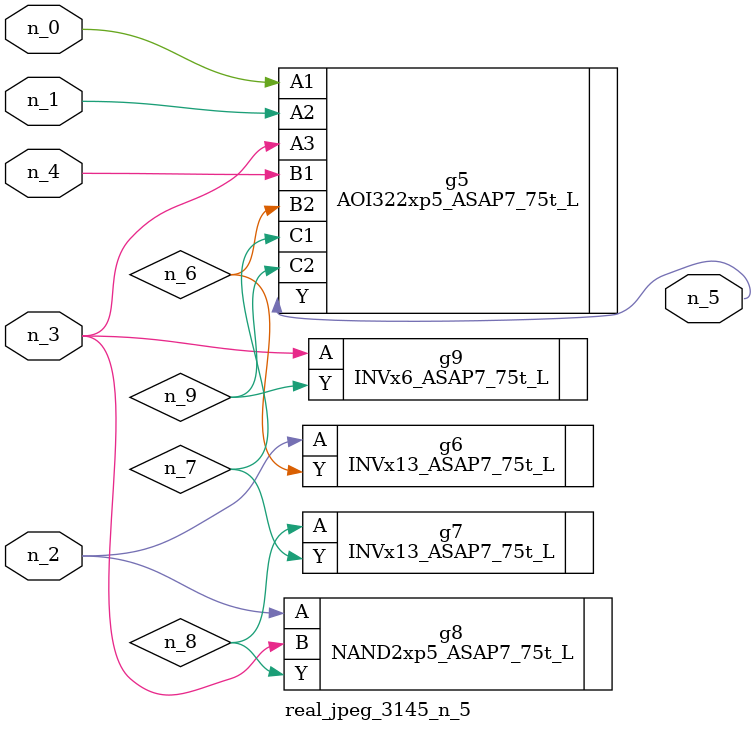
<source format=v>
module real_jpeg_3145_n_5 (n_4, n_0, n_1, n_2, n_3, n_5);

input n_4;
input n_0;
input n_1;
input n_2;
input n_3;

output n_5;

wire n_8;
wire n_6;
wire n_7;
wire n_9;

AOI322xp5_ASAP7_75t_L g5 ( 
.A1(n_0),
.A2(n_1),
.A3(n_3),
.B1(n_4),
.B2(n_6),
.C1(n_7),
.C2(n_9),
.Y(n_5)
);

INVx13_ASAP7_75t_L g6 ( 
.A(n_2),
.Y(n_6)
);

NAND2xp5_ASAP7_75t_L g8 ( 
.A(n_2),
.B(n_3),
.Y(n_8)
);

INVx6_ASAP7_75t_L g9 ( 
.A(n_3),
.Y(n_9)
);

INVx13_ASAP7_75t_L g7 ( 
.A(n_8),
.Y(n_7)
);


endmodule
</source>
